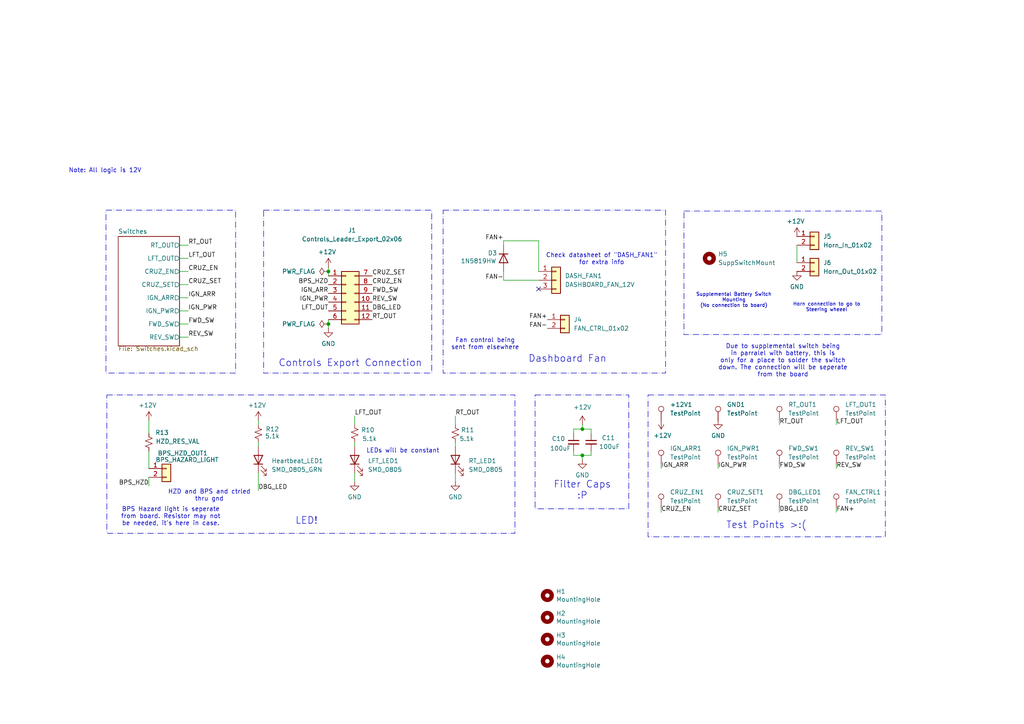
<source format=kicad_sch>
(kicad_sch (version 20231120) (generator "eeschema") (generator_version "8.0")
  (paper "A4")
  (lib_symbols
    (symbol "Connector:TestPoint" (pin_numbers hide) (pin_names (offset 0.762) hide)
      (property "Reference" "TP" (at 0 6.858 0))
      (property "Value" "TestPoint" (at 0 5.08 0))
      (symbol "TestPoint_0_1"
        (circle (center 0 3.302) (radius 0.762))
      )
      (symbol "TestPoint_1_1"
        (pin passive line (at 0 0 90) (length 2.54) (name "1") (number "1"))
      )
    )
    (symbol "Connector_Generic:Conn_01x02" (pin_names (offset 1.016) hide)
      (property "Reference" "J" (at 0 2.54 0))
      (property "Value" "Conn_01x02" (at 0 -5.08 0))
      (symbol "Conn_01x02_1_1"
        (rectangle (start -1.27 -2.413) (end 0 -2.667) (stroke (width 0.1524)))
        (rectangle (start -1.27 0.127) (end 0 -0.127) (stroke (width 0.1524)))
        (rectangle (start -1.27 1.27) (end 1.27 -3.81) (stroke (width 0.254)) (fill (type background)))
        (pin passive line (at -5.08 0 0) (length 3.81) (name "Pin_1") (number "1"))
        (pin passive line (at -5.08 -2.54 0) (length 3.81) (name "Pin_2") (number "2"))
      )
    )
    (symbol "Connector_Generic:Conn_01x03" (pin_names (offset 1.016) hide)
      (property "Reference" "J" (at 0 5.08 0))
      (property "Value" "Conn_01x03" (at 0 -5.08 0))
      (symbol "Conn_01x03_1_1"
        (rectangle (start -1.27 -2.413) (end 0 -2.667) (stroke (width 0.1524)))
        (rectangle (start -1.27 0.127) (end 0 -0.127) (stroke (width 0.1524)))
        (rectangle (start -1.27 2.667) (end 0 2.413) (stroke (width 0.1524)))
        (rectangle (start -1.27 3.81) (end 1.27 -3.81) (stroke (width 0.254)) (fill (type background)))
        (pin passive line (at -5.08 2.54 0) (length 3.81) (name "Pin_1") (number "1"))
        (pin passive line (at -5.08 0 0) (length 3.81) (name "Pin_2") (number "2"))
        (pin passive line (at -5.08 -2.54 0) (length 3.81) (name "Pin_3") (number "3"))
      )
    )
    (symbol "Connector_Generic:Conn_02x06_Top_Bottom" (pin_names (offset 1.016) hide)
      (property "Reference" "J" (at 1.27 7.62 0))
      (property "Value" "Conn_02x06_Top_Bottom" (at 1.27 -10.16 0))
      (symbol "Conn_02x06_Top_Bottom_1_1"
        (rectangle (start -1.27 -7.493) (end 0 -7.747) (stroke (width 0.1524)))
        (rectangle (start -1.27 -4.953) (end 0 -5.207) (stroke (width 0.1524)))
        (rectangle (start -1.27 -2.413) (end 0 -2.667) (stroke (width 0.1524)))
        (rectangle (start -1.27 0.127) (end 0 -0.127) (stroke (width 0.1524)))
        (rectangle (start -1.27 2.667) (end 0 2.413) (stroke (width 0.1524)))
        (rectangle (start -1.27 5.207) (end 0 4.953) (stroke (width 0.1524)))
        (rectangle (start -1.27 6.35) (end 3.81 -8.89) (stroke (width 0.254)) (fill (type background)))
        (rectangle (start 3.81 -7.493) (end 2.54 -7.747) (stroke (width 0.1524)))
        (rectangle (start 3.81 -4.953) (end 2.54 -5.207) (stroke (width 0.1524)))
        (rectangle (start 3.81 -2.413) (end 2.54 -2.667) (stroke (width 0.1524)))
        (rectangle (start 3.81 0.127) (end 2.54 -0.127) (stroke (width 0.1524)))
        (rectangle (start 3.81 2.667) (end 2.54 2.413) (stroke (width 0.1524)))
        (rectangle (start 3.81 5.207) (end 2.54 4.953) (stroke (width 0.1524)))
        (pin passive line (at -5.08 5.08 0) (length 3.81) (name "Pin_1") (number "1"))
        (pin passive line (at 7.62 -2.54 180) (length 3.81) (name "Pin_10") (number "10"))
        (pin passive line (at 7.62 -5.08 180) (length 3.81) (name "Pin_11") (number "11"))
        (pin passive line (at 7.62 -7.62 180) (length 3.81) (name "Pin_12") (number "12"))
        (pin passive line (at -5.08 2.54 0) (length 3.81) (name "Pin_2") (number "2"))
        (pin passive line (at -5.08 0 0) (length 3.81) (name "Pin_3") (number "3"))
        (pin passive line (at -5.08 -2.54 0) (length 3.81) (name "Pin_4") (number "4"))
        (pin passive line (at -5.08 -5.08 0) (length 3.81) (name "Pin_5") (number "5"))
        (pin passive line (at -5.08 -7.62 0) (length 3.81) (name "Pin_6") (number "6"))
        (pin passive line (at 7.62 5.08 180) (length 3.81) (name "Pin_7") (number "7"))
        (pin passive line (at 7.62 2.54 180) (length 3.81) (name "Pin_8") (number "8"))
        (pin passive line (at 7.62 0 180) (length 3.81) (name "Pin_9") (number "9"))
      )
    )
    (symbol "Device:C_Small" (pin_numbers hide) (pin_names (offset 0.254) hide)
      (property "Reference" "C" (at 0.254 1.778 0))
      (property "Value" "C_Small" (at 0.254 -2.032 0))
      (symbol "C_Small_0_1"
        (polyline (pts (xy -1.524 -0.508) (xy 1.524 -0.508)) (stroke (width 0.3302)))
        (polyline (pts (xy -1.524 0.508) (xy 1.524 0.508)) (stroke (width 0.3048)))
      )
      (symbol "C_Small_1_1"
        (pin passive line (at 0 2.54 270) (length 2.032) (name "~") (number "1"))
        (pin passive line (at 0 -2.54 90) (length 2.032) (name "~") (number "2"))
      )
    )
    (symbol "Device:D" (pin_numbers hide) (pin_names (offset 1.016) hide)
      (property "Reference" "D" (at 0 2.54 0))
      (property "Value" "D" (at 0 -2.54 0))
      (symbol "D_0_1"
        (polyline (pts (xy -1.27 1.27) (xy -1.27 -1.27)) (stroke (width 0.254)))
        (polyline (pts (xy 1.27 0) (xy -1.27 0)))
        (polyline (pts (xy 1.27 1.27) (xy 1.27 -1.27) (xy -1.27 0) (xy 1.27 1.27)) (stroke (width 0.254)))
      )
      (symbol "D_1_1"
        (pin passive line (at -3.81 0 0) (length 2.54) (name "K") (number "1"))
        (pin passive line (at 3.81 0 180) (length 2.54) (name "A") (number "2"))
      )
    )
    (symbol "Device:LED" (pin_numbers hide) (pin_names (offset 1.016) hide)
      (property "Reference" "D" (at 0 2.54 0))
      (property "Value" "LED" (at 0 -2.54 0))
      (symbol "LED_0_1"
        (polyline (pts (xy -1.27 -1.27) (xy -1.27 1.27)) (stroke (width 0.254)))
        (polyline (pts (xy -1.27 0) (xy 1.27 0)))
        (polyline (pts (xy 1.27 -1.27) (xy 1.27 1.27) (xy -1.27 0) (xy 1.27 -1.27)) (stroke (width 0.254)))
        (polyline (pts (xy -3.048 -0.762) (xy -4.572 -2.286) (xy -3.81 -2.286) (xy -4.572 -2.286) (xy -4.572 -1.524)))
        (polyline (pts (xy -1.778 -0.762) (xy -3.302 -2.286) (xy -2.54 -2.286) (xy -3.302 -2.286) (xy -3.302 -1.524)))
      )
      (symbol "LED_1_1"
        (pin passive line (at -3.81 0 0) (length 2.54) (name "K") (number "1"))
        (pin passive line (at 3.81 0 180) (length 2.54) (name "A") (number "2"))
      )
    )
    (symbol "Device:R_Small_US" (pin_numbers hide) (pin_names (offset 0.254) hide)
      (property "Reference" "R" (at 0.762 0.508 0))
      (property "Value" "R_Small_US" (at 0.762 -1.016 0))
      (symbol "R_Small_US_1_1"
        (polyline (pts (xy 0 0) (xy 1.016 -0.381) (xy 0 -0.762) (xy -1.016 -1.143) (xy 0 -1.524)))
        (polyline (pts (xy 0 1.524) (xy 1.016 1.143) (xy 0 0.762) (xy -1.016 0.381) (xy 0 0)))
        (pin passive line (at 0 2.54 270) (length 1.016) (name "~") (number "1"))
        (pin passive line (at 0 -2.54 90) (length 1.016) (name "~") (number "2"))
      )
    )
    (symbol "Mechanical:MountingHole" (pin_names (offset 1.016)) (exclude_from_sim yes) (in_bom no)
      (property "Reference" "H" (at 0 5.08 0))
      (property "Value" "MountingHole" (at 0 3.175 0))
      (symbol "MountingHole_0_1"
        (circle (center 0 0) (radius 1.27) (stroke (width 1.27)))
      )
    )
    (symbol "power:+12V" (power) (pin_numbers hide) (pin_names (offset 0) hide)
      (property "Value" "+12V" (at 0 3.556 0))
      (symbol "+12V_0_1"
        (polyline (pts (xy -0.762 1.27) (xy 0 2.54)))
        (polyline (pts (xy 0 0) (xy 0 2.54)))
        (polyline (pts (xy 0 2.54) (xy 0.762 1.27)))
      )
      (symbol "+12V_1_1"
        (pin power_in line (at 0 0 90) (length 0) (name "~") (number "1"))
      )
    )
    (symbol "power:+3.3V" (power) (pin_numbers hide) (pin_names (offset 0) hide)
      (property "Value" "+3.3V" (at 0 3.556 0))
      (symbol "+3.3V_0_1"
        (polyline (pts (xy -0.762 1.27) (xy 0 2.54)))
        (polyline (pts (xy 0 0) (xy 0 2.54)))
        (polyline (pts (xy 0 2.54) (xy 0.762 1.27)))
      )
      (symbol "+3.3V_1_1"
        (pin power_in line (at 0 0 90) (length 0) (name "~") (number "1"))
      )
    )
    (symbol "power:GND" (power) (pin_numbers hide) (pin_names (offset 0) hide)
      (property "Value" "GND" (at 0 -3.81 0))
      (symbol "GND_0_1"
        (polyline (pts (xy 0 0) (xy 0 -1.27) (xy 1.27 -1.27) (xy 0 -2.54) (xy -1.27 -1.27) (xy 0 -1.27)))
      )
      (symbol "GND_1_1"
        (pin power_in line (at 0 0 270) (length 0) (name "~") (number "1"))
      )
    )
    (symbol "power:PWR_FLAG" (power) (pin_numbers hide) (pin_names (offset 0) hide)
      (property "Value" "PWR_FLAG" (at 0 3.81 0))
      (symbol "PWR_FLAG_0_0"
        (pin power_out line (at 0 0 90) (length 0) (name "~") (number "1"))
      )
      (symbol "PWR_FLAG_0_1"
        (polyline (pts (xy 0 0) (xy 0 1.27) (xy -1.016 1.905) (xy 0 2.54) (xy 1.016 1.905) (xy 0 1.27)))
      )
    )
  )
  (junction (at 168.91 124.46))
  (junction (at 95.25 93.98))
  (junction (at 95.25 78.74))
  (junction (at 168.91 132.08))
  (no_connect (at 156.21 83.82))
  (wire (pts (xy 168.91 124.46) (xy 171.45 124.46)))
  (wire (pts (xy 146.05 78.74) (xy 146.05 81.28)))
  (wire (pts (xy 54.61 93.98) (xy 52.07 93.98)))
  (wire (pts (xy 102.87 128.27) (xy 102.87 129.54)))
  (wire (pts (xy 166.37 124.46) (xy 166.37 125.73)))
  (wire (pts (xy 146.05 69.85) (xy 156.21 69.85)))
  (wire (pts (xy 102.87 123.19) (xy 102.87 120.65)))
  (wire (pts (xy 95.25 78.74) (xy 95.25 80.01)))
  (wire (pts (xy 191.77 148.59) (xy 191.77 147.32)))
  (wire (pts (xy 74.93 142.24) (xy 74.93 137.16)))
  (wire (pts (xy 132.08 128.27) (xy 132.08 129.54)))
  (wire (pts (xy 171.45 130.81) (xy 171.45 132.08)))
  (wire (pts (xy 95.25 95.25) (xy 95.25 93.98)))
  (wire (pts (xy 208.28 135.89) (xy 208.28 134.62)))
  (wire (pts (xy 52.07 71.12) (xy 54.61 71.12)))
  (wire (pts (xy 54.61 90.17) (xy 52.07 90.17)))
  (wire (pts (xy 54.61 78.74) (xy 52.07 78.74)))
  (wire (pts (xy 208.28 148.59) (xy 208.28 147.32)))
  (wire (pts (xy 231.14 71.12) (xy 231.14 76.2)))
  (wire (pts (xy 242.57 148.59) (xy 242.57 147.32)))
  (wire (pts (xy 43.18 138.43) (xy 43.18 140.97)))
  (wire (pts (xy 95.25 93.98) (xy 95.25 92.71)))
  (wire (pts (xy 226.06 148.59) (xy 226.06 147.32)))
  (wire (pts (xy 191.77 135.89) (xy 191.77 134.62)))
  (wire (pts (xy 226.06 135.89) (xy 226.06 134.62)))
  (wire (pts (xy 54.61 97.79) (xy 52.07 97.79)))
  (wire (pts (xy 171.45 124.46) (xy 171.45 125.73)))
  (wire (pts (xy 242.57 135.89) (xy 242.57 134.62)))
  (wire (pts (xy 54.61 86.36) (xy 52.07 86.36)))
  (wire (pts (xy 226.06 123.19) (xy 226.06 121.92)))
  (wire (pts (xy 146.05 81.28) (xy 156.21 81.28)))
  (wire (pts (xy 43.18 130.81) (xy 43.18 135.89)))
  (wire (pts (xy 74.93 123.19) (xy 74.93 121.92)))
  (wire (pts (xy 102.87 139.7) (xy 102.87 137.16)))
  (wire (pts (xy 168.91 132.08) (xy 171.45 132.08)))
  (wire (pts (xy 166.37 124.46) (xy 168.91 124.46)))
  (wire (pts (xy 166.37 132.08) (xy 168.91 132.08)))
  (wire (pts (xy 242.57 123.19) (xy 242.57 121.92)))
  (wire (pts (xy 54.61 82.55) (xy 52.07 82.55)))
  (wire (pts (xy 166.37 130.81) (xy 166.37 132.08)))
  (wire (pts (xy 132.08 139.7) (xy 132.08 137.16)))
  (wire (pts (xy 168.91 124.46) (xy 168.91 123.19)))
  (wire (pts (xy 74.93 128.27) (xy 74.93 129.54)))
  (wire (pts (xy 146.05 71.12) (xy 146.05 69.85)))
  (wire (pts (xy 168.91 133.35) (xy 168.91 132.08)))
  (wire (pts (xy 54.61 74.93) (xy 52.07 74.93)))
  (wire (pts (xy 43.18 125.73) (xy 43.18 121.92)))
  (wire (pts (xy 95.25 78.74) (xy 95.25 77.47)))
  (wire (pts (xy 156.21 69.85) (xy 156.21 78.74)))
  (wire (pts (xy 132.08 123.19) (xy 132.08 120.65)))
  (rectangle (start 128.524 60.96) (end 193.04 108.204) (stroke (width 0) (type dash_dot)))
  (rectangle (start 187.96 114.554) (end 256.794 155.702) (stroke (width 0) (type dash_dot)))
  (rectangle (start 76.454 60.96) (end 125.222 108.204) (stroke (width 0) (type dash_dot)))
  (rectangle (start 198.374 61.214) (end 255.778 97.028) (stroke (width 0) (type dash_dot)))
  (rectangle (start 30.734 60.96) (end 68.326 108.204) (stroke (width 0) (type dash_dot)))
  (rectangle (start 30.988 114.554) (end 149.352 154.686) (stroke (width 0) (type dash_dot)))
  (rectangle (start 155.194 114.554) (end 182.372 147.574) (stroke (width 0) (type dash_dot)))
  (text "Test Points >:(" (at 222.25 152.4 0) (effects (font (size 2 2))))
  (text "Check datasheet of \"DASH_FAN1\"\nfor extra info\n" (at 174.498 75.184 0) (effects (font (size 1.27 1.27))))
  (text "HZD and BPS and ctrled\nthru gnd" (at 60.706 143.764 0) (effects (font (size 1.27 1.27))))
  (text "LEDs will be constant\n" (at 116.84 130.81 0) (effects (font (size 1.27 1.27))))
  (text "Supplemental Battery Switch\nMounting\n(No connection to board)" (at 212.852 87.122 0) (effects (font (size 1 1))))
  (text "Fan control being\nsent from elsewhere" (at 140.716 99.822 0) (effects (font (size 1.27 1.27))))
  (text "Note: All logic is 12V" (at 30.48 49.53 0) (effects (font (size 1.27 1.27))))
  (text "Dashboard Fan" (at 164.592 104.14 0) (effects (font (size 2 2))))
  (text "Filter Caps\n:P" (at 168.91 142.24 0) (effects (font (size 2 2))))
  (text "Horn connection to go to\nSteering wheeel" (at 239.776 89.154 0) (effects (font (size 1 1))))
  (text "\n" (at 87.63 149.86 0) (effects (font (size 1.27 1.27))))
  (text "Controls Export Connection\n" (at 101.6 105.41 0) (effects (font (size 2 2))))
  (text "LED!" (at 88.9 151.13 0) (effects (font (size 2 2))))
  (text "Due to supplemental switch being\nin parralel with battery, this is\nonly for a place to solder the switch\ndown. The connection will be seperate\nfrom the board\n" (at 227.076 104.648 0) (effects (font (size 1.27 1.27))))
  (text "BPS Hazard light is seperate\nfrom board. Resistor may not\nbe needed, it's here in case." (at 49.53 149.86 0) (effects (font (size 1.27 1.27))))
  (label "IGN_ARR" (at 95.25 85.09 180))
  (label "BPS_HZD" (at 95.25 82.55 180))
  (label "CRUZ_SET" (at 107.95 80.01 0))
  (label "LFT_OUT" (at 95.25 90.17 180))
  (label "LFT_OUT" (at 242.57 123.19 0))
  (label "DBG_LED" (at 226.06 148.59 0))
  (label "IGN_PWR" (at 95.25 87.63 180))
  (label "REV_SW" (at 107.95 87.63 0))
  (label "CRUZ_SET" (at 54.61 82.55 0))
  (label "BPS_HZD" (at 43.18 140.97 180))
  (label "FWD_SW" (at 226.06 135.89 0))
  (label "REV_SW" (at 54.61 97.79 0))
  (label "FWD_SW" (at 107.95 85.09 0))
  (label "FAN-" (at 158.75 95.25 180))
  (label "CRUZ_EN" (at 54.61 78.74 0))
  (label "FAN+" (at 146.05 69.85 180))
  (label "CRUZ_EN" (at 191.77 148.59 0))
  (label "FAN+" (at 242.57 148.59 0))
  (label "RT_OUT" (at 107.95 92.71 0))
  (label "FAN+" (at 158.75 92.71 180))
  (label "FWD_SW" (at 54.61 93.98 0))
  (label "IGN_ARR" (at 191.77 135.89 0))
  (label "IGN_PWR" (at 54.61 90.17 0))
  (label "LFT_OUT" (at 54.61 74.93 0))
  (label "IGN_ARR" (at 54.61 86.36 0))
  (label "RT_OUT" (at 132.08 120.65 0))
  (label "DBG_LED" (at 74.93 142.24 0))
  (label "REV_SW" (at 242.57 135.89 0))
  (label "DBG_LED" (at 107.95 90.17 0))
  (label "LFT_OUT" (at 102.87 120.65 0))
  (label "CRUZ_SET" (at 208.28 148.59 0))
  (label "IGN_PWR" (at 208.28 135.89 0))
  (label "RT_OUT" (at 54.61 71.12 0))
  (label "FAN-" (at 146.05 81.28 180))
  (label "CRUZ_EN" (at 107.95 82.55 0))
  (label "RT_OUT" (at 226.06 123.19 0))
  (symbol (lib_id "Mechanical:MountingHole") (at 158.75 172.72 0) (unit 1)
    (property "Reference" "H1" (at 161.29 171.5516 0) (effects (justify left)))
    (property "Value" "MountingHole" (at 161.29 173.863 0) (effects (justify left)))
    (property "Footprint" "MountingHole:MountingHole_3mm" (effects (hide yes)))
    (property "Description" "Mounting Hole without connection" (effects (hide yes)))
  )
  (symbol (lib_id "Connector:TestPoint") (at 208.28 121.92 0) (unit 1)
    (property "Reference" "GND1" (at 210.82 117.3479 0) (effects (justify left)))
    (property "Value" "TestPoint" (at 210.82 119.8879 0) (effects (justify left)))
    (property "Footprint" "Connector_PinHeader_2.54mm:PinHeader_1x01_P2.54mm_Vertical" (effects (hide yes)))
    (property "Description" "test point" (effects (hide yes)))
  )
  (symbol (lib_id "Device:LED") (at 132.08 133.35 90) (unit 1)
    (property "Reference" "RT_LED1" (at 135.89 133.6674 90) (effects (justify right)))
    (property "Value" "SMD_0805" (at 135.89 136.2074 90) (effects (justify right)))
    (property "Footprint" "LED_SMD:LED_0805_2012Metric" (effects (hide yes)))
    (property "Description" "Light emitting diode" (effects (hide yes)))
  )
  (symbol (lib_id "Connector:TestPoint") (at 242.57 134.62 0) (unit 1)
    (property "Reference" "REV_SW1" (at 245.11 130.0479 0) (effects (justify left)))
    (property "Value" "TestPoint" (at 245.11 132.5879 0) (effects (justify left)))
    (property "Footprint" "Connector_PinHeader_2.54mm:PinHeader_1x01_P2.54mm_Vertical" (effects (hide yes)))
    (property "Description" "test point" (effects (hide yes)))
  )
  (symbol (lib_id "Connector_Generic:Conn_01x02") (at 163.83 92.71 0) (unit 1)
    (property "Reference" "J4" (at 166.37 92.7099 0) (effects (justify left)))
    (property "Value" "FAN_CTRL_01x02" (at 166.37 95.2499 0) (effects (justify left)))
    (property "Footprint" "Connector_Molex:Molex_Micro-Fit_3.0_43650-0200_1x02_P3.00mm_Horizontal" (effects (hide yes)))
    (property "Description" "Generic connector, single row, 01x02, script generated (kicad-library-utils/schlib/autogen/connector/)" (effects (hide yes)))
  )
  (symbol (lib_id "power:GND") (at 132.08 139.7 0) (unit 1)
    (property "Reference" "#PWR010" (effects (hide yes)))
    (property "Value" "GND" (at 132.08 144.145 0))
    (property "Description" "Power symbol creates a global label with name \"GND\" , ground" (effects (hide yes)))
  )
  (symbol (lib_id "power:PWR_FLAG") (at 95.25 78.74 90) (unit 1)
    (property "Reference" "#FLG01" (effects (hide yes)))
    (property "Value" "PWR_FLAG" (at 91.44 78.7399 90) (effects (justify left)))
    (property "Description" "Special symbol for telling ERC where power comes from" (effects (hide yes)))
  )
  (symbol (lib_id "Device:R_Small_US") (at 74.93 125.73 0) (unit 1)
    (property "Reference" "R12" (at 78.994 124.46 0))
    (property "Value" "5.1k" (at 78.994 126.492 0))
    (property "Footprint" "Resistor_SMD:R_0805_2012Metric" (effects (hide yes)))
    (property "Description" "Resistor, small US symbol" (effects (hide yes)))
    (property "P/N" "CRCW0805100RFKEAHP" (effects (hide yes)))
  )
  (symbol (lib_id "Connector:TestPoint") (at 191.77 147.32 0) (unit 1)
    (property "Reference" "CRUZ_EN1" (at 194.31 142.7479 0) (effects (justify left)))
    (property "Value" "TestPoint" (at 194.31 145.2879 0) (effects (justify left)))
    (property "Footprint" "Connector_PinHeader_2.54mm:PinHeader_1x01_P2.54mm_Vertical" (effects (hide yes)))
    (property "Description" "test point" (effects (hide yes)))
  )
  (symbol (lib_id "power:GND") (at 168.91 133.35 0) (unit 1)
    (property "Reference" "#PWR022" (effects (hide yes)))
    (property "Value" "GND" (at 168.91 137.795 0))
    (property "Description" "Power symbol creates a global label with name \"GND\" , ground" (effects (hide yes)))
  )
  (symbol (lib_id "Device:R_Small_US") (at 102.87 125.73 0) (unit 1)
    (property "Reference" "R10" (at 106.68 124.714 0))
    (property "Value" "5.1k" (at 107.188 127.254 0))
    (property "Footprint" "Resistor_SMD:R_0805_2012Metric" (effects (hide yes)))
    (property "Description" "Resistor, small US symbol" (effects (hide yes)))
    (property "P/N" "CRCW0805100RFKEAHP" (effects (hide yes)))
  )
  (symbol (lib_id "Mechanical:MountingHole") (at 158.75 191.77 0) (unit 1)
    (property "Reference" "H4" (at 161.29 190.6016 0) (effects (justify left)))
    (property "Value" "MountingHole" (at 161.29 192.913 0) (effects (justify left)))
    (property "Footprint" "MountingHole:MountingHole_3mm" (effects (hide yes)))
    (property "Description" "Mounting Hole without connection" (effects (hide yes)))
  )
  (symbol (lib_id "power:GND") (at 102.87 139.7 0) (unit 1)
    (property "Reference" "#PWR09" (effects (hide yes)))
    (property "Value" "GND" (at 102.87 144.145 0))
    (property "Description" "Power symbol creates a global label with name \"GND\" , ground" (effects (hide yes)))
  )
  (symbol (lib_id "Mechanical:MountingHole") (at 158.75 179.07 0) (unit 1)
    (property "Reference" "H2" (at 161.29 177.9016 0) (effects (justify left)))
    (property "Value" "MountingHole" (at 161.29 180.213 0) (effects (justify left)))
    (property "Footprint" "MountingHole:MountingHole_3mm" (effects (hide yes)))
    (property "Description" "Mounting Hole without connection" (effects (hide yes)))
  )
  (symbol (lib_id "Connector_Generic:Conn_01x02") (at 236.22 68.58 0) (unit 1)
    (property "Reference" "J5" (at 238.76 68.5799 0) (effects (justify left)))
    (property "Value" "Horn_In_01x02" (at 238.76 71.1199 0) (effects (justify left)))
    (property "Footprint" "Connector_Molex:Molex_Micro-Fit_3.0_43650-0200_1x02_P3.00mm_Horizontal" (effects (hide yes)))
    (property "Description" "Generic connector, single row, 01x02, script generated (kicad-library-utils/schlib/autogen/connector/)" (effects (hide yes)))
  )
  (symbol (lib_id "Device:LED") (at 102.87 133.35 90) (unit 1)
    (property "Reference" "LFT_LED1" (at 106.68 133.6674 90) (effects (justify right)))
    (property "Value" "SMD_0805" (at 106.68 136.2074 90) (effects (justify right)))
    (property "Footprint" "LED_SMD:LED_0805_2012Metric" (effects (hide yes)))
    (property "Description" "Light emitting diode" (effects (hide yes)))
  )
  (symbol (lib_id "power:+3.3V") (at 231.14 68.58 0) (mirror y) (unit 1)
    (property "Reference" "#PWR032" (effects (hide yes)))
    (property "Value" "+12V" (at 230.759 64.1858 0))
    (property "Description" "Power symbol creates a global label with name \"+3.3V\"" (effects (hide yes)))
  )
  (symbol (lib_id "power:+3.3V") (at 74.93 121.92 0) (mirror y) (unit 1)
    (property "Reference" "#PWR06" (effects (hide yes)))
    (property "Value" "+12V" (at 74.549 117.5258 0))
    (property "Description" "Power symbol creates a global label with name \"+3.3V\"" (effects (hide yes)))
  )
  (symbol (lib_id "Device:C_Small") (at 166.37 128.27 0) (unit 1)
    (property "Reference" "C10" (at 160.02 127.254 0) (effects (justify left)))
    (property "Value" "100uF" (at 159.512 130.048 0) (effects (justify left)))
    (property "Footprint" "Capacitor_SMD:C_0805_2012Metric" (effects (hide yes)))
    (property "Description" "Unpolarized capacitor, small symbol" (effects (hide yes)))
    (property "P/N" "C0805C103J5RACTU" (effects (hide yes)))
  )
  (symbol (lib_id "Connector_Generic:Conn_01x02") (at 236.22 76.2 0) (unit 1)
    (property "Reference" "J6" (at 238.76 76.1999 0) (effects (justify left)))
    (property "Value" "Horn_Out_01x02" (at 238.76 78.7399 0) (effects (justify left)))
    (property "Footprint" "Connector_Molex:Molex_Micro-Fit_3.0_43650-0200_1x02_P3.00mm_Horizontal" (effects (hide yes)))
    (property "Description" "Generic connector, single row, 01x02, script generated (kicad-library-utils/schlib/autogen/connector/)" (effects (hide yes)))
  )
  (symbol (lib_id "power:GND") (at 231.14 78.74 0) (unit 1)
    (property "Reference" "#PWR031" (effects (hide yes)))
    (property "Value" "GND" (at 231.14 83.185 0))
    (property "Description" "Power symbol creates a global label with name \"GND\" , ground" (effects (hide yes)))
  )
  (symbol (lib_id "Connector:TestPoint") (at 226.06 147.32 0) (unit 1)
    (property "Reference" "DBG_LED1" (at 228.6 142.7479 0) (effects (justify left)))
    (property "Value" "TestPoint" (at 228.6 145.2879 0) (effects (justify left)))
    (property "Footprint" "Connector_PinHeader_2.54mm:PinHeader_1x01_P2.54mm_Vertical" (effects (hide yes)))
    (property "Description" "test point" (effects (hide yes)))
  )
  (symbol (lib_id "power:+12V") (at 168.91 123.19 0) (unit 1)
    (property "Reference" "#PWR019" (effects (hide yes)))
    (property "Value" "+12V" (at 168.91 118.11 0))
    (property "Description" "Power symbol creates a global label with name \"+12V\"" (effects (hide yes)))
  )
  (symbol (lib_id "Connector:TestPoint") (at 208.28 147.32 0) (unit 1)
    (property "Reference" "CRUZ_SET1" (at 210.82 142.7479 0) (effects (justify left)))
    (property "Value" "TestPoint" (at 210.82 145.2879 0) (effects (justify left)))
    (property "Footprint" "Connector_PinHeader_2.54mm:PinHeader_1x01_P2.54mm_Vertical" (effects (hide yes)))
    (property "Description" "test point" (effects (hide yes)))
  )
  (symbol (lib_id "Device:D") (at 146.05 74.93 270) (unit 1)
    (property "Reference" "D3" (at 141.478 73.406 90) (effects (justify left)))
    (property "Value" "1N5819HW" (at 133.604 75.692 90) (effects (justify left)))
    (property "Footprint" "Diode_SMD:D_SOD-123" (effects (hide yes)))
    (property "Datasheet" "https://www.digikey.com/en/products/detail/diodes-incorporated/1N5819HW-7-F/814970" (effects (hide yes)))
    (property "Description" "Diode" (effects (hide yes)))
    (property "Sim.Device" "D" (effects (hide yes)))
    (property "Sim.Pins" "1=K 2=A" (effects (hide yes)))
  )
  (symbol (lib_id "Mechanical:MountingHole") (at 158.75 185.42 0) (unit 1)
    (property "Reference" "H3" (at 161.29 184.2516 0) (effects (justify left)))
    (property "Value" "MountingHole" (at 161.29 186.563 0) (effects (justify left)))
    (property "Footprint" "MountingHole:MountingHole_3mm" (effects (hide yes)))
    (property "Description" "Mounting Hole without connection" (effects (hide yes)))
  )
  (symbol (lib_id "power:+3.3V") (at 191.77 121.92 0) (mirror x) (unit 1)
    (property "Reference" "#PWR023" (effects (hide yes)))
    (property "Value" "+12V" (at 192.151 126.3142 0))
    (property "Description" "Power symbol creates a global label with name \"+3.3V\"" (effects (hide yes)))
  )
  (symbol (lib_id "Connector:TestPoint") (at 191.77 121.92 0) (unit 1)
    (property "Reference" "+12V1" (at 194.31 117.3479 0) (effects (justify left)))
    (property "Value" "TestPoint" (at 194.31 119.8879 0) (effects (justify left)))
    (property "Footprint" "Connector_PinHeader_2.54mm:PinHeader_1x01_P2.54mm_Vertical" (effects (hide yes)))
    (property "Description" "test point" (effects (hide yes)))
  )
  (symbol (lib_id "power:GND") (at 208.28 121.92 0) (unit 1)
    (property "Reference" "#PWR025" (effects (hide yes)))
    (property "Value" "GND" (at 208.28 126.365 0))
    (property "Description" "Power symbol creates a global label with name \"GND\" , ground" (effects (hide yes)))
  )
  (symbol (lib_id "power:+3.3V") (at 43.18 121.92 0) (mirror y) (unit 1)
    (property "Reference" "#PWR04" (effects (hide yes)))
    (property "Value" "+12V" (at 42.799 117.5258 0))
    (property "Description" "Power symbol creates a global label with name \"+3.3V\"" (effects (hide yes)))
  )
  (symbol (lib_id "Connector:TestPoint") (at 191.77 134.62 0) (unit 1)
    (property "Reference" "IGN_ARR1" (at 194.31 130.0479 0) (effects (justify left)))
    (property "Value" "TestPoint" (at 194.31 132.5879 0) (effects (justify left)))
    (property "Footprint" "Connector_PinHeader_2.54mm:PinHeader_1x01_P2.54mm_Vertical" (effects (hide yes)))
    (property "Description" "test point" (effects (hide yes)))
  )
  (symbol (lib_id "Mechanical:MountingHole") (at 205.74 74.93 0) (unit 1) (exclude_from_sim yes) (in_bom no)
    (property "Reference" "H5" (at 208.28 73.6599 0) (effects (justify left)))
    (property "Value" "SuppSwitchMount" (at 208.28 76.1999 0) (effects (justify left)))
    (property "Footprint" "switched:Supp_Switch" (effects (hide yes)))
    (property "Description" "Mounting Hole without connection" (effects (hide yes)))
  )
  (symbol (lib_id "Device:R_Small_US") (at 132.08 125.73 0) (unit 1)
    (property "Reference" "R11" (at 135.636 124.714 0))
    (property "Value" "5.1k" (at 135.382 127.254 0))
    (property "Footprint" "Resistor_SMD:R_0805_2012Metric" (effects (hide yes)))
    (property "Description" "Resistor, small US symbol" (effects (hide yes)))
    (property "P/N" "CRCW0805100RFKEAHP" (effects (hide yes)))
  )
  (symbol (lib_id "power:PWR_FLAG") (at 95.25 93.98 90) (unit 1)
    (property "Reference" "#FLG02" (effects (hide yes)))
    (property "Value" "PWR_FLAG" (at 91.44 93.9799 90) (effects (justify left)))
    (property "Description" "Special symbol for telling ERC where power comes from" (effects (hide yes)))
  )
  (symbol (lib_id "Device:C_Small") (at 171.45 128.27 0) (unit 1)
    (property "Reference" "C11" (at 174.498 127 0) (effects (justify left)))
    (property "Value" "100uF" (at 173.736 129.54 0) (effects (justify left)))
    (property "Footprint" "Capacitor_SMD:C_0805_2012Metric" (effects (hide yes)))
    (property "Description" "Unpolarized capacitor, small symbol" (effects (hide yes)))
    (property "P/N" "C0805C103J5RACTU" (effects (hide yes)))
  )
  (symbol (lib_id "Connector_Generic:Conn_01x02") (at 48.26 135.89 0) (unit 1)
    (property "Reference" "BPS_HZD_OUT1" (at 45.72 131.445 0) (effects (justify left)))
    (property "Value" "BPS_HAZARD_LIGHT" (at 45.085 133.35 0) (effects (justify left)))
    (property "Footprint" "Connector_Molex:Molex_Micro-Fit_3.0_43650-0215_1x02_P3.00mm_Vertical" (effects (hide yes)))
    (property "Description" "Generic connector, single row, 01x02, script generated (kicad-library-utils/schlib/autogen/connector/)" (effects (hide yes)))
    (property "P/N" "43650-0215" (effects (hide yes)))
  )
  (symbol (lib_id "Connector_Generic:Conn_01x03") (at 161.29 81.28 0) (unit 1)
    (property "Reference" "DASH_FAN1" (at 163.83 80.0099 0) (effects (justify left)))
    (property "Value" "DASHBOARD_FAN_12V" (at 163.83 82.5499 0) (effects (justify left)))
    (property "Footprint" "Connector_Molex:Molex_Micro-Fit_3.0_43650-0300_1x03_P3.00mm_Horizontal" (effects (hide yes)))
    (property "Datasheet" "https://cdn.shopify.com/s/files/1/0447/3693/files/CG8025H12-IP67_840556071778_-_Shopify.pdf?v=1662720165" (effects (hide yes)))
    (property "Description" "Generic connector, single row, 01x03, script generated (kicad-library-utils/schlib/autogen/connector/)" (effects (hide yes)))
  )
  (symbol (lib_id "power:+3.3V") (at 95.25 77.47 0) (mirror y) (unit 1)
    (property "Reference" "#PWR028" (effects (hide yes)))
    (property "Value" "+12V" (at 94.869 73.0758 0))
    (property "Description" "Power symbol creates a global label with name \"+3.3V\"" (effects (hide yes)))
  )
  (symbol (lib_id "Device:R_Small_US") (at 43.18 128.27 0) (unit 1)
    (property "Reference" "R13" (at 46.99 125.476 0))
    (property "Value" "HZD_RES_VAL" (at 51.562 128.016 0))
    (property "Footprint" "Resistor_SMD:R_0805_2012Metric" (effects (hide yes)))
    (property "Description" "Resistor, small US symbol" (effects (hide yes)))
    (property "P/N" "CRCW0805100RFKEAHP" (effects (hide yes)))
  )
  (symbol (lib_id "power:GND") (at 95.25 95.25 0) (unit 1)
    (property "Reference" "#PWR029" (effects (hide yes)))
    (property "Value" "GND" (at 95.25 99.695 0))
    (property "Description" "Power symbol creates a global label with name \"GND\" , ground" (effects (hide yes)))
  )
  (symbol (lib_id "Connector_Generic:Conn_02x06_Top_Bottom") (at 100.33 85.09 0) (unit 1)
    (property "Reference" "J1" (at 102.108 66.802 0))
    (property "Value" "Controls_Leader_Export_02x06" (at 102.108 69.342 0))
    (property "Footprint" "Connector_Molex:Molex_Micro-Fit_3.0_43045-1200_2x06_P3.00mm_Horizontal" (effects (hide yes)))
    (property "Description" "Generic connector, double row, 02x06, top/bottom pin numbering scheme (row 1: 1...pins_per_row, row2: pins_per_row+1 ... num_pins), script generated (kicad-library-utils/schlib/autogen/connector/)" (effects (hide yes)))
  )
  (symbol (lib_id "Connector:TestPoint") (at 208.28 134.62 0) (unit 1)
    (property "Reference" "IGN_PWR1" (at 210.82 130.0479 0) (effects (justify left)))
    (property "Value" "TestPoint" (at 210.82 132.5879 0) (effects (justify left)))
    (property "Footprint" "Connector_PinHeader_2.54mm:PinHeader_1x01_P2.54mm_Vertical" (effects (hide yes)))
    (property "Description" "test point" (effects (hide yes)))
  )
  (symbol (lib_id "Connector:TestPoint") (at 242.57 121.92 0) (unit 1)
    (property "Reference" "LFT_OUT1" (at 245.11 117.3479 0) (effects (justify left)))
    (property "Value" "TestPoint" (at 245.11 119.8879 0) (effects (justify left)))
    (property "Footprint" "Connector_PinHeader_2.54mm:PinHeader_1x01_P2.54mm_Vertical" (effects (hide yes)))
    (property "Description" "test point" (effects (hide yes)))
  )
  (symbol (lib_id "Connector:TestPoint") (at 242.57 147.32 0) (unit 1)
    (property "Reference" "FAN_CTRL1" (at 245.11 142.7479 0) (effects (justify left)))
    (property "Value" "TestPoint" (at 245.11 145.2879 0) (effects (justify left)))
    (property "Footprint" "Connector_PinHeader_2.54mm:PinHeader_1x01_P2.54mm_Vertical" (effects (hide yes)))
    (property "Description" "test point" (effects (hide yes)))
  )
  (symbol (lib_id "Connector:TestPoint") (at 226.06 121.92 0) (unit 1)
    (property "Reference" "RT_OUT1" (at 228.6 117.3479 0) (effects (justify left)))
    (property "Value" "TestPoint" (at 228.6 119.8879 0) (effects (justify left)))
    (property "Footprint" "Connector_PinHeader_2.54mm:PinHeader_1x01_P2.54mm_Vertical" (effects (hide yes)))
    (property "Description" "test point" (effects (hide yes)))
  )
  (symbol (lib_id "Connector:TestPoint") (at 226.06 134.62 0) (unit 1)
    (property "Reference" "FWD_SW1" (at 228.6 130.0479 0) (effects (justify left)))
    (property "Value" "TestPoint" (at 228.6 132.5879 0) (effects (justify left)))
    (property "Footprint" "Connector_PinHeader_2.54mm:PinHeader_1x01_P2.54mm_Vertical" (effects (hide yes)))
    (property "Description" "test point" (effects (hide yes)))
  )
  (symbol (lib_id "Device:LED") (at 74.93 133.35 90) (unit 1)
    (property "Reference" "Heartbeat_LED1" (at 78.74 133.6674 90) (effects (justify right)))
    (property "Value" "SMD_0805_GRN" (at 78.74 136.2074 90) (effects (justify right)))
    (property "Footprint" "LED_SMD:LED_0805_2012Metric" (effects (hide yes)))
    (property "Description" "Light emitting diode" (effects (hide yes)))
  )
  (sheet (at 34.29 68.58) (size 17.78 31.75) (stroke (width 0.1524))
    (property "Sheetname" "Switches" (at 34.29 67.8684 0) (effects (justify left bottom)))
    (property "Sheetfile" "Switches.kicad_sch" (at 34.29 100.4066 0) (effects (justify left top)))
    (pin "RT_OUT" output (at 52.07 71.12 0))
    (pin "LFT_OUT" output (at 52.07 74.93 0))
    (pin "CRUZ_EN" output (at 52.07 78.74 0))
    (pin "CRUZ_SET" output (at 52.07 82.55 0))
    (pin "IGN_ARR" output (at 52.07 86.36 0))
    (pin "IGN_PWR" output (at 52.07 90.17 0))
    (pin "FWD_SW" output (at 52.07 93.98 0))
    (pin "REV_SW" output (at 52.07 97.79 0))
  )
)
</source>
